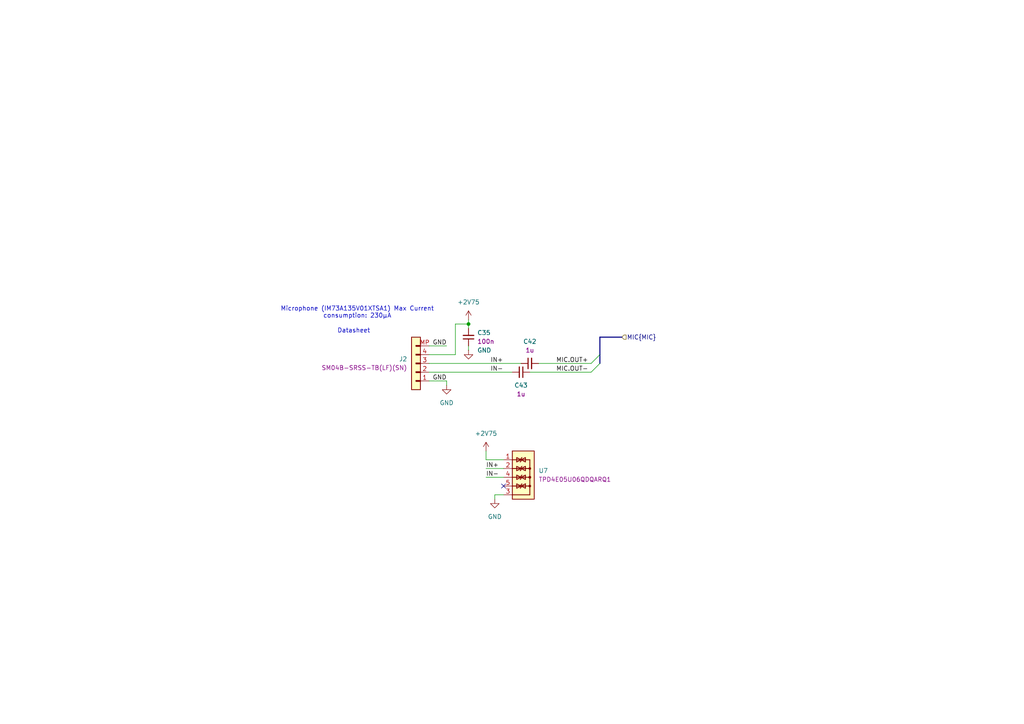
<source format=kicad_sch>
(kicad_sch (version 20231120) (generator "eeschema") (generator_version "8.0")
  (paper "A4")
  (title_block (title "audio-latency-processing-board") (date "2025-01-07") (rev "1.0.0"))
  (lib_symbols
    (symbol "antmicroCapacitors0402:C_100n_0402" (pin_numbers hide) (pin_names hide)
      (property "Reference" "C" (at 20.32 -5.08 0))
      (property "Val" "100n" (at 20.32 -7.62 0))
      (symbol "C_100n_0402_0_1"
        (polyline (pts (xy 2.032 -1.524) (xy 2.032 1.524)) (stroke (width 0.3048)))
        (polyline (pts (xy 3.048 -1.524) (xy 3.048 1.524)) (stroke (width 0.3302)))
      )
      (symbol "C_100n_0402_1_1"
        (pin passive line (at 0 0 0) (length 2.032) (name "~") (number "1"))
        (pin passive line (at 5.08 0 180) (length 2.032) (name "~") (number "2"))
      )
    )
    (symbol "antmicroCapacitors0402:C_1u_0402" (pin_numbers hide) (pin_names hide)
      (property "Reference" "C" (at 20.32 -5.08 0))
      (property "Val" "1u" (at 20.32 -7.62 0))
      (symbol "C_1u_0402_0_1"
        (polyline (pts (xy 2.032 -1.524) (xy 2.032 1.524)) (stroke (width 0.3048)))
        (polyline (pts (xy 3.048 -1.524) (xy 3.048 1.524)) (stroke (width 0.3302)))
      )
      (symbol "C_1u_0402_1_1"
        (pin passive line (at 0 0 0) (length 2.032) (name "~") (number "1"))
        (pin passive line (at 5.08 0 180) (length 2.032) (name "~") (number "2"))
      )
    )
    (symbol "antmicroTVSDiodes:TPD4E05U06QDQARQ1"
      (property "Reference" "U" (at 24.13 0 0))
      (property "MPN" "TPD4E05U06QDQARQ1" (at 24.13 -2.54 0))
      (symbol "TPD4E05U06QDQARQ1_1_1"
        (polyline (pts (xy 2.54 -7.62) (xy 7.62 -7.62)) (stroke (width 0.254)) (fill (type background)))
        (polyline (pts (xy 2.54 -5.08) (xy 7.62 -5.08)) (stroke (width 0.254)) (fill (type background)))
        (polyline (pts (xy 2.54 -2.54) (xy 7.62 -2.54)) (stroke (width 0.254)) (fill (type background)))
        (polyline (pts (xy 2.54 0) (xy 7.62 0)) (stroke (width 0.254)) (fill (type background)))
        (polyline (pts (xy 7.62 -10.16) (xy 2.54 -10.16)) (stroke (width 0.254)) (fill (type background)))
        (polyline (pts (xy 7.62 0) (xy 7.62 -10.16)) (stroke (width 0.254)) (fill (type background)))
        (polyline (pts (xy 4.826 -8.255) (xy 5.08 -8.001) (xy 5.08 -7.239) (xy 5.334 -6.985)) (stroke (width 0.254)) (fill (type background)))
        (polyline (pts (xy 4.826 -5.715) (xy 5.08 -5.461) (xy 5.08 -4.699) (xy 5.334 -4.445)) (stroke (width 0.254)) (fill (type background)))
        (polyline (pts (xy 4.826 -3.175) (xy 5.08 -2.921) (xy 5.08 -2.159) (xy 5.334 -1.905)) (stroke (width 0.254)) (fill (type background)))
        (polyline (pts (xy 4.826 -0.635) (xy 5.08 -0.381) (xy 5.08 0.381) (xy 5.334 0.635)) (stroke (width 0.254)) (fill (type background)))
        (polyline (pts (xy 5.08 -7.62) (xy 3.81 -8.255) (xy 3.81 -6.985) (xy 5.08 -7.62)) (stroke (width 0.254)) (fill (type background)))
        (polyline (pts (xy 5.08 -5.08) (xy 3.81 -5.715) (xy 3.81 -4.445) (xy 5.08 -5.08)) (stroke (width 0.254)) (fill (type background)))
        (polyline (pts (xy 5.08 -5.08) (xy 6.35 -4.445) (xy 6.35 -5.715) (xy 5.08 -5.08)) (stroke (width 0.254)) (fill (type background)))
        (polyline (pts (xy 5.08 -2.54) (xy 3.81 -3.175) (xy 3.81 -1.905) (xy 5.08 -2.54)) (stroke (width 0.254)) (fill (type background)))
        (polyline (pts (xy 5.08 -2.54) (xy 6.35 -3.175) (xy 6.35 -1.905) (xy 5.08 -2.54)) (stroke (width 0.254)) (fill (type background)))
        (polyline (pts (xy 5.08 0) (xy 3.81 -0.635) (xy 3.81 0.635) (xy 5.08 0)) (stroke (width 0.254)) (fill (type background)))
        (polyline (pts (xy 5.08 0) (xy 6.35 -0.635) (xy 6.35 0.635) (xy 5.08 0)) (stroke (width 0.254)) (fill (type background)))
        (polyline (pts (xy 6.35 -6.985) (xy 6.35 -8.255) (xy 5.08 -7.62) (xy 6.35 -6.985)) (stroke (width 0.254)) (fill (type background)))
        (rectangle (start 2.54 2.54) (end 8.89 -11.43) (stroke (width 0.254)) (fill (type background)))
        (circle (center 7.62 -7.62) (radius 0.254) (stroke (width 0.254)) (fill (type background)))
        (circle (center 7.62 -5.08) (radius 0.254) (stroke (width 0.254)) (fill (type background)))
        (circle (center 7.62 -5.08) (radius 0.254) (stroke (width 0.254)) (fill (type background)))
        (circle (center 7.62 -2.54) (radius 0.254) (stroke (width 0.254)) (fill (type background)))
        (pin passive line (at 0 0 0) (length 2.54) (name "~") (number "1"))
        (pin passive line (at 0 0 0) (length 2.54) hide (name "~") (number "10"))
        (pin passive line (at 0 -2.54 0) (length 2.54) (name "~") (number "2"))
        (pin power_in line (at 0 -10.16 0) (length 2.54) (name "~") (number "3"))
        (pin passive line (at 0 -5.08 0) (length 2.54) (name "~") (number "4"))
        (pin passive line (at 0 -7.62 0) (length 2.54) (name "~") (number "5"))
        (pin passive line (at 0 -7.62 0) (length 2.54) hide (name "~") (number "6"))
        (pin passive line (at 0 -5.08 0) (length 2.54) hide (name "~") (number "7"))
        (pin passive line (at 0 -10.16 0) (length 2.54) hide (name "~") (number "8"))
        (pin passive line (at 0 -2.54 0) (length 2.54) hide (name "~") (number "9"))
      )
    )
    (symbol "antmicroWire2BoardConnectors:JST_SH_1x4_SM04B-SRSS-TB-LF-SN"
      (property "Reference" "J" (at 26.67 -2.54 0))
      (property "MPN" "SM04B-SRSS-TB(LF)(SN)" (at 26.67 -5.08 0))
      (symbol "JST_SH_1x4_SM04B-SRSS-TB-LF-SN_1_1"
        (rectangle (start 2.54 -10.033) (end 3.81 -10.287) (stroke (width 0.254)) (fill (type background)))
        (rectangle (start 2.54 -7.493) (end 3.81 -7.747) (stroke (width 0.254)) (fill (type background)))
        (rectangle (start 2.54 -4.953) (end 3.81 -5.207) (stroke (width 0.254)) (fill (type background)))
        (rectangle (start 2.54 -2.413) (end 3.81 -2.667) (stroke (width 0.254)) (fill (type background)))
        (rectangle (start 2.54 0.127) (end 3.81 -0.127) (stroke (width 0.254)) (fill (type background)))
        (rectangle (start 2.54 2.54) (end 5.08 -12.7) (stroke (width 0.254)) (fill (type background)))
        (pin passive line (at 0 0 0) (length 2.54) (name "~") (number "1"))
        (pin passive line (at 0 -2.54 0) (length 2.54) (name "~") (number "2"))
        (pin passive line (at 0 -5.08 0) (length 2.54) (name "~") (number "3"))
        (pin passive line (at 0 -7.62 0) (length 2.54) (name "~") (number "4"))
        (pin passive line (at 0 -10.16 0) (length 2.54) (name "~") (number "MP"))
      )
    )
    (symbol "antmicropower:+2V75" (power) (pin_names (offset 0))
      (property "Value" "+2V75" (at 0 3.556 0))
      (symbol "+2V75_0_1"
        (polyline (pts (xy -0.762 1.27) (xy 0 2.54)))
        (polyline (pts (xy 0 0) (xy 0 2.54)))
        (polyline (pts (xy 0 2.54) (xy 0.762 1.27)))
      )
      (symbol "+2V75_1_1"
        (pin power_in line (at 0 0 90) (length 0) hide (name "+2V75") (number "1"))
      )
    )
    (symbol "antmicropower:GND" (power) (pin_numbers hide) (pin_names hide)
      (property "Value" "GND" (at 8.89 -5.08 0))
      (symbol "GND_1_1"
        (polyline (pts (xy 0 0) (xy 0 -1.27) (xy 1.27 -1.27) (xy 0 -2.54) (xy -1.27 -1.27) (xy 0 -1.27)))
        (pin power_in line (at 0 0 270) (length 0) (name "GND") (number "1"))
      )
    )
  )
  (junction (at 135.89 93.98))
  (no_connect (at 146.05 140.97))
  (bus_entry (at 173.99 102.87) (size -2.54 2.54))
  (bus_entry (at 173.99 105.41) (size -2.54 2.54))
  (wire (pts (xy 132.08 93.98) (xy 135.89 93.98)))
  (wire (pts (xy 156.21 105.41) (xy 171.45 105.41)))
  (wire (pts (xy 135.89 100.33) (xy 135.89 101.6)))
  (wire (pts (xy 124.46 107.95) (xy 148.59 107.95)))
  (wire (pts (xy 129.54 100.33) (xy 124.46 100.33)))
  (wire (pts (xy 153.67 107.95) (xy 171.45 107.95)))
  (wire (pts (xy 135.89 93.98) (xy 135.89 95.25)))
  (wire (pts (xy 124.46 105.41) (xy 151.13 105.41)))
  (wire (pts (xy 129.54 110.49) (xy 124.46 110.49)))
  (wire (pts (xy 132.08 93.98) (xy 132.08 102.87)))
  (wire (pts (xy 143.51 144.78) (xy 143.51 143.51)))
  (bus (pts (xy 173.99 97.79) (xy 180.34 97.79)))
  (bus (pts (xy 173.99 97.79) (xy 173.99 102.87)))
  (wire (pts (xy 140.97 138.43) (xy 146.05 138.43)))
  (wire (pts (xy 135.89 92.71) (xy 135.89 93.98)))
  (bus (pts (xy 173.99 102.87) (xy 173.99 105.41)))
  (wire (pts (xy 146.05 133.35) (xy 140.97 133.35)))
  (wire (pts (xy 140.97 130.81) (xy 140.97 133.35)))
  (wire (pts (xy 129.54 110.49) (xy 129.54 111.76)))
  (wire (pts (xy 143.51 143.51) (xy 146.05 143.51)))
  (wire (pts (xy 140.97 135.89) (xy 146.05 135.89)))
  (wire (pts (xy 124.46 102.87) (xy 132.08 102.87)))
  (text "Datasheet" (at 102.616 96.012 0) (effects (font (size 1.27 1.27))))
  (text "Microphone (IM73A135V01XTSA1) Max Current\nconsumption: 230µA" (at 103.632 90.678 0) (effects (font (size 1.27 1.27))))
  (label "MIC.OUT+" (at 161.29 105.41 0))
  (label "GND" (at 129.54 110.49 180))
  (label "GND" (at 129.54 100.33 180))
  (label "IN-" (at 142.24 107.95 0))
  (label "MIC.OUT-" (at 161.29 107.95 0))
  (label "IN-" (at 140.97 138.43 0))
  (label "IN+" (at 142.24 105.41 0))
  (label "IN+" (at 140.97 135.89 0))
  (hierarchical_label "MIC{MIC}" (shape input) (at 180.34 97.79 0))
  (symbol (lib_id "antmicropower:GND") (at 129.54 111.76 0) (unit 1)
    (property "Reference" "#PWR051" (effects (hide yes)))
    (property "Value" "GND" (at 129.54 116.84 0))
    (property "Author" "Antmicro" (effects (hide yes)))
    (property "License" "Apache-2.0" (effects (hide yes)))
  )
  (symbol (lib_id "antmicroTVSDiodes:TPD4E05U06QDQARQ1") (at 146.05 133.35 0) (unit 1)
    (property "Reference" "U7" (at 156.21 136.525 0) (effects (justify left)))
    (property "Value" "TPD4E05U06QDQARQ1" (effects (hide yes)))
    (property "Footprint" "antmicro-footprints:USON-10_2.5x1mm_P0.5mm" (effects (hide yes)))
    (property "Datasheet" "https://www.ti.com/lit/ds/symlink/tpd4e05u06-q1.pdf?HQS=dis-mous-null-mousermode-dsf-pf-null-wwe&ts=1663591265741&ref_url=https%253A%252F%252Fwww.mouser.com%252F" (effects (hide yes)))
    (property "Description" "TVS diode array, 12 kV, USON-10, 5.5 V, 0.5 pF" (effects (hide yes)))
    (property "MPN" "TPD4E05U06QDQARQ1" (at 156.21 139.065 0) (effects (justify left)))
    (property "Manufacturer" "Texas Instruments" (effects (hide yes)))
    (property "Author" "Antmicro" (effects (hide yes)))
    (property "License" "Apache-2.0" (effects (hide yes)))
  )
  (symbol (lib_id "antmicropower:GND") (at 143.51 144.78 0) (unit 1)
    (property "Reference" "#PWR050" (effects (hide yes)))
    (property "Value" "GND" (at 143.51 149.86 0))
    (property "Author" "Antmicro" (effects (hide yes)))
    (property "License" "Apache-2.0" (effects (hide yes)))
  )
  (symbol (lib_id "antmicropower:GND") (at 135.89 101.6 0) (unit 1)
    (property "Reference" "#PWR053" (effects (hide yes)))
    (property "Value" "GND" (at 140.462 101.6 0))
    (property "Author" "Antmicro" (effects (hide yes)))
    (property "License" "Apache-2.0" (effects (hide yes)))
  )
  (symbol (lib_id "antmicroCapacitors0402:C_1u_0402") (at 153.67 107.95 180) (unit 1)
    (property "Reference" "C43" (at 151.1236 111.76 0))
    (property "Value" "C_1u_0402" (effects (hide yes)))
    (property "Footprint" "antmicro-footprints:C_0402_1005Metric" (effects (hide yes)))
    (property "Datasheet" "https://product.tdk.com/en/search/capacitor/ceramic/mlcc/info?part_no=C1005X6S1A105K050BC" (effects (hide yes)))
    (property "Description" "SMD Multilayer Ceramic Capacitor, 1 µF, 10 V, 0402 [1005 Metric], ± 10%, X6S, C" (effects (hide yes)))
    (property "MPN" "C1005X6S1A105K050BC" (effects (hide yes)))
    (property "Manufacturer" "TDK" (effects (hide yes)))
    (property "License" "Apache-2.0" (effects (hide yes)))
    (property "Author" "Antmicro" (effects (hide yes)))
    (property "Val" "1u" (at 151.1236 114.3 0))
  )
  (symbol (lib_id "antmicropower:+2V75") (at 135.89 92.71 0) (unit 1)
    (property "Reference" "#PWR052" (effects (hide yes)))
    (property "Value" "+2V75" (at 135.89 87.63 0))
  )
  (symbol (lib_id "antmicroCapacitors0402:C_100n_0402") (at 135.89 100.33 90) (unit 1)
    (property "Reference" "C35" (at 138.43 96.5136 90) (effects (justify right)))
    (property "Value" "C_100n_0402" (effects (hide yes)))
    (property "Footprint" "antmicro-footprints:C_0402_1005Metric" (effects (hide yes)))
    (property "Datasheet" "https://www.murata.com/products/productdetail?partno=GRM155R61H104KE14%23" (effects (hide yes)))
    (property "Description" "SMD Multilayer Ceramic Capacitor, 0.1 µF, 50 V, 0402 [1005 Metric], ± 10%, X5R, GRM Series" (effects (hide yes)))
    (property "MPN" "GRM155R61H104KE14D" (effects (hide yes)))
    (property "Manufacturer" "Murata" (effects (hide yes)))
    (property "License" "Apache-2.0" (effects (hide yes)))
    (property "Author" "Antmicro" (effects (hide yes)))
    (property "Val" "100n" (at 138.43 99.0536 90) (effects (justify right)))
    (property "Voltage" "50V" (effects (hide yes)))
    (property "Dielectric" "X5R" (effects (hide yes)))
  )
  (symbol (lib_id "antmicroWire2BoardConnectors:JST_SH_1x4_SM04B-SRSS-TB-LF-SN") (at 124.46 110.49 180) (unit 1)
    (property "Reference" "J2" (at 118.11 104.14 0) (effects (justify left)))
    (property "Value" "JST_SH_1x4_SM04B-SRSS-TB-LF-SN" (effects (hide yes)))
    (property "Footprint" "antmicro-footprints:Conn_JST_SH_1x4_SM04B-SRSS-TB-LF-SN" (effects (hide yes)))
    (property "Datasheet" "https://www.jst-mfg.com/product/pdf/eng/eSH.pdf" (effects (hide yes)))
    (property "Description" "Pin Header, Right Angle, Wire-to-Board, 1 mm, 1 Rows, 4 Contacts, Surface Mount Right Angle, SH" (effects (hide yes)))
    (property "MPN" "SM04B-SRSS-TB(LF)(SN)" (at 118.11 106.68 0) (effects (justify left)))
    (property "Manufacturer" "JST Automotive Connectors" (effects (hide yes)))
    (property "Author" "Antmicro" (effects (hide yes)))
    (property "License" "Apache-2.0" (effects (hide yes)))
  )
  (symbol (lib_id "antmicropower:+2V75") (at 140.97 130.81 0) (unit 1)
    (property "Reference" "#PWR049" (effects (hide yes)))
    (property "Value" "+2V75" (at 140.97 125.73 0))
  )
  (symbol (lib_id "antmicroCapacitors0402:C_1u_0402") (at 151.13 105.41 0) (unit 1)
    (property "Reference" "C42" (at 153.6763 99.06 0))
    (property "Value" "C_1u_0402" (effects (hide yes)))
    (property "Footprint" "antmicro-footprints:C_0402_1005Metric" (effects (hide yes)))
    (property "Datasheet" "https://product.tdk.com/en/search/capacitor/ceramic/mlcc/info?part_no=C1005X6S1A105K050BC" (effects (hide yes)))
    (property "Description" "SMD Multilayer Ceramic Capacitor, 1 µF, 10 V, 0402 [1005 Metric], ± 10%, X6S, C" (effects (hide yes)))
    (property "MPN" "C1005X6S1A105K050BC" (effects (hide yes)))
    (property "Manufacturer" "TDK" (effects (hide yes)))
    (property "License" "Apache-2.0" (effects (hide yes)))
    (property "Author" "Antmicro" (effects (hide yes)))
    (property "Val" "1u" (at 153.6763 101.6 0))
  )
)
</source>
